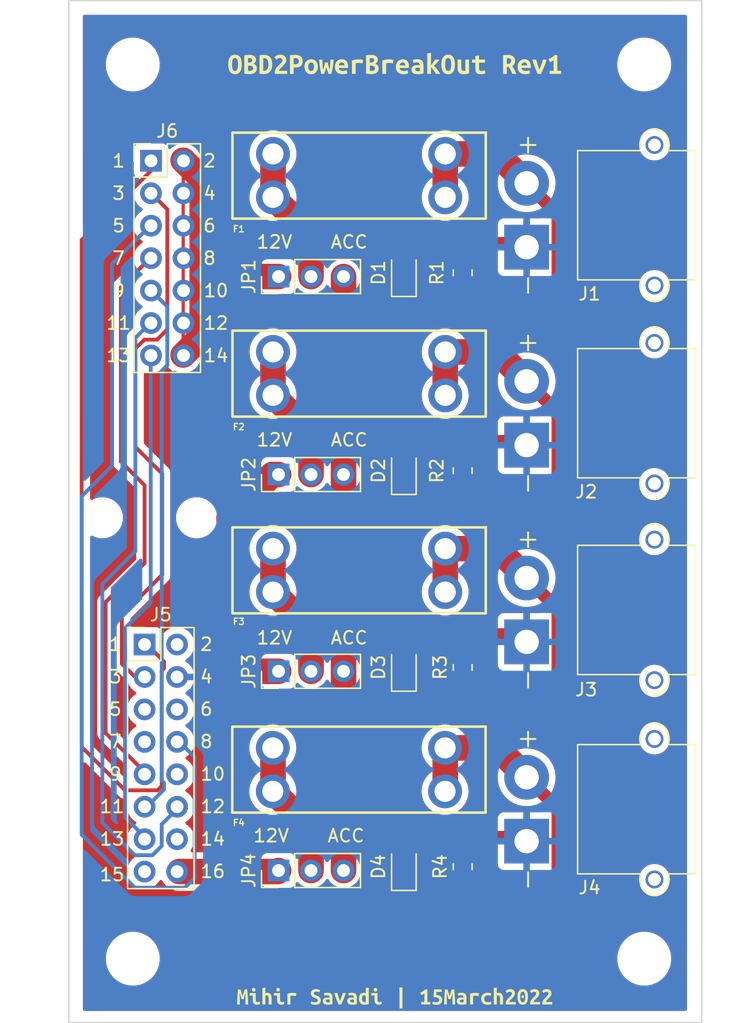
<source format=kicad_pcb>
(kicad_pcb (version 20211014) (generator pcbnew)
  (title_block (title "OBD2PowerBreakOut Rev1") (date "2022-03-16") (rev "1") (company "Mihir Savadi"))
  (layers (0 "F.Cu" signal "Front.Cu") (1 "In1.Cu" signal) (2 "In2.Cu" signal) (31 "B.Cu" signal "Back.Cu") (34 "B.Paste" user) (35 "F.Paste" user) (36 "B.SilkS" user "B.Silkscreen") (37 "F.SilkS" user "F.Silkscreen") (38 "B.Mask" user) (39 "F.Mask" user) (44 "Edge.Cuts" user))
  (net 0 "")
  (net 1 "Earth")
  (net 2 "Net-(D1-Pad2)")
  (net 3 "Net-(D2-Pad2)")
  (net 4 "Net-(D3-Pad2)")
  (net 5 "Net-(D4-Pad2)")
  (net 6 "Net-(F1-Pad2)")
  (net 7 "Net-(F1-Pad1)")
  (net 8 "Net-(F2-Pad2)")
  (net 9 "Net-(F2-Pad1)")
  (net 10 "Net-(F3-Pad2)")
  (net 11 "Net-(F3-Pad1)")
  (net 12 "Net-(F4-Pad2)")
  (net 13 "Net-(F4-Pad1)")
  (net 14 "/1_vendor")
  (net 15 "/2_SAEJ1850_Bus+")
  (net 16 "/3_vendor")
  (net 17 "GND")
  (net 18 "/6_ISO15765-4_CAN_HIGH")
  (net 19 "/7_ISO9141_K-Line")
  (net 20 "/8_vendor")
  (net 21 "/9_vendor")
  (net 22 "/10_SAEJ1850_Bus-")
  (net 23 "/11_vendor")
  (net 24 "/12_vendor")
  (net 25 "/13_vendor")
  (net 26 "/14_ISO15765-4_CAN_LOW")
  (net 27 "/15_ISO9141_L-Line")
  (net 28 "/16_12V")
  (net 29 "/ACC")
  (footprint "Connector_PinHeader_2.54mm:PinHeader_1x03_P2.54mm_Vertical" (layer "F.Cu") (at 138.720978 92.778 90)
    (fp_text reference "JP2" (at 0 -2.33 90) (layer "F.SilkS"))
    (fp_text value "Jumper_3_Open")
    (pad "1" thru_hole rect locked (at 0 0 90) (size 1.7 1.7) (drill 1) (layers *.Cu *.Mask) (net 28 "/16_12V"))
    (pad "2" thru_hole oval locked (at 0 2.54 90) (size 1.7 1.7) (drill 1) (layers *.Cu *.Mask) (net 8 "Net-(F2-Pad2)"))
    (pad "3" thru_hole oval locked (at 0 5.08 90) (size 1.7 1.7) (drill 1) (layers *.Cu *.Mask) (net 29 "/ACC"))
  )
  (footprint "MountingHole:MountingHole_2.2mm_M2" (layer "F.Cu") (at 124.940978 96.162)
    (fp_text reference "H4" hide)
    (fp_text value "M2 strain relief hole")
    (pad "" np_thru_hole circle (at 0 0) (size 2.2 2.2) (drill 2.2) (layers *.Cu *.Mask))
  )
  (footprint "footprints:AMASS_XT30PW-M_1x02_P2.50mm_Horizontal" (layer "F.Cu") (at 158.120978 74.978 -90)
    (fp_text reference "J1" (at 3.658 -4.92) (layer "F.SilkS"))
    (fp_text value "AMASS XT30PW-M")
    (fp_text user "+" (at -8 0 -90) (layer "F.SilkS") (effects (font (size 1.5 1.5))))
    (fp_text user "-" (at 3 0 -90) (layer "F.SilkS") (effects (font (size 1.5 1.5))))
    (pad "" thru_hole circle (at -8 -10 270) (size 1.4 1.4) (drill 1) (layers *.Cu *.Mask))
    (pad "" thru_hole circle (at 3 -10 270) (size 1.4 1.4) (drill 1) (layers *.Cu *.Mask))
    (pad "1" thru_hole rect (at 0 0 270) (size 3.5 3.5) (drill 1.9) (layers *.Cu *.Mask) (net 1 "Earth"))
    (pad "2" thru_hole circle (at -5 0 270) (size 3.5 3.5) (drill 1.9) (layers *.Cu *.Mask) (net 7 "Net-(F1-Pad1)"))
  )
  (footprint "MountingHole:MountingHole_3.2mm_M3" (layer "F.Cu") (at 167.320978 60.678)
    (fp_text reference "H3" hide)
    (fp_text value "M3 Mounting Hole")
    (pad "" np_thru_hole circle locked (at 0 0) (size 3.2 3.2) (drill 3.2) (layers *.Cu *.Mask))
  )
  (footprint "kibuzzard-6231482B" (layer "F.Cu") (at 147.800978 133.754)
    (fp_text reference "kibuzzard-6231482B" hide)
    (fp_text value "G***" hide)
  )
  (footprint "Resistor_SMD:R_0805_2012Metric_Pad1.20x1.40mm_HandSolder" (layer "F.Cu") (at 153.120978 92.478 90)
    (fp_text reference "R2" (at 0 -2.018 90) (layer "F.SilkS"))
    (fp_text value "1kΩ")
    (pad "1" smd roundrect locked (at -1 0 90) (size 1.2 1.4) (layers "F.Cu" "F.Paste" "F.Mask") (roundrect_rratio 0.2083333333) (net 9 "Net-(F2-Pad1)"))
    (pad "2" smd roundrect locked (at 1 0 90) (size 1.2 1.4) (layers "F.Cu" "F.Paste" "F.Mask") (roundrect_rratio 0.2083333333) (net 3 "Net-(D2-Pad2)"))
  )
  (footprint "MountingHole:MountingHole_3.2mm_M3" (layer "F.Cu") (at 127.320978 60.678)
    (fp_text reference "H6" hide)
    (fp_text value "M3 Mounting Hole")
    (pad "" np_thru_hole circle locked (at 0 0) (size 3.2 3.2) (drill 3.2) (layers *.Cu *.Mask))
  )
  (footprint "Connector_PinHeader_2.54mm:PinHeader_2x08_P2.54mm_Vertical" (layer "F.Cu") (at 128.242978 106.083)
    (fp_text reference "J5" (at 1.27 -2.33) (layer "F.SilkS"))
    (fp_text value "Conn_02x08_Odd_Even")
    (pad "1" thru_hole rect (at 0 0) (size 1.7 1.7) (drill 1) (layers *.Cu *.Mask) (net 14 "/1_vendor"))
    (pad "2" thru_hole oval (at 2.54 0) (size 1.7 1.7) (drill 1) (layers *.Cu *.Mask) (net 15 "/2_SAEJ1850_Bus+"))
    (pad "3" thru_hole oval (at 0 2.54) (size 1.7 1.7) (drill 1) (layers *.Cu *.Mask) (net 16 "/3_vendor"))
    (pad "4" thru_hole oval (at 2.54 2.54) (size 1.7 1.7) (drill 1) (layers *.Cu *.Mask) (net 1 "Earth"))
    (pad "5" thru_hole oval (at 0 5.08) (size 1.7 1.7) (drill 1) (layers *.Cu *.Mask) (net 17 "GND"))
    (pad "6" thru_hole oval (at 2.54 5.08) (size 1.7 1.7) (drill 1) (layers *.Cu *.Mask) (net 18 "/6_ISO15765-4_CAN_HIGH"))
    (pad "7" thru_hole oval (at 0 7.62) (size 1.7 1.7) (drill 1) (layers *.Cu *.Mask) (net 19 "/7_ISO9141_K-Line"))
    (pad "8" thru_hole oval (at 2.54 7.62) (size 1.7 1.7) (drill 1) (layers *.Cu *.Mask) (net 20 "/8_vendor"))
    (pad "9" thru_hole oval (at 0 10.16) (size 1.7 1.7) (drill 1) (layers *.Cu *.Mask) (net 21 "/9_vendor"))
    (pad "10" thru_hole oval (at 2.54 10.16) (size 1.7 1.7) (drill 1) (layers *.Cu *.Mask) (net 22 "/10_SAEJ1850_Bus-"))
    (pad "11" thru_hole oval (at 0 12.7) (size 1.7 1.7) (drill 1) (layers *.Cu *.Mask) (net 23 "/11_vendor"))
    (pad "12" thru_hole oval (at 2.54 12.7) (size 1.7 1.7) (drill 1) (layers *.Cu *.Mask) (net 24 "/12_vendor"))
    (pad "13" thru_hole oval (at 0 15.24) (size 1.7 1.7) (drill 1) (layers *.Cu *.Mask) (net 25 "/13_vendor"))
    (pad "14" thru_hole oval (at 2.54 15.24) (size 1.7 1.7) (drill 1) (layers *.Cu *.Mask) (net 26 "/14_ISO15765-4_CAN_LOW"))
    (pad "15" thru_hole oval (at 0 17.78) (size 1.7 1.7) (drill 1) (layers *.Cu *.Mask) (net 27 "/15_ISO9141_L-Line"))
    (pad "16" thru_hole oval (at 2.54 17.78) (size 1.7 1.7) (drill 1) (layers *.Cu *.Mask) (net 28 "/16_12V"))
  )
  (footprint "footprints:AMASS_XT30PW-M_1x02_P2.50mm_Horizontal" (layer "F.Cu") (at 158.120978 105.878 -90)
    (fp_text reference "J3" (at 3.746 -4.666) (layer "F.SilkS"))
    (fp_text value "AMASS XT30PW-M")
    (fp_text user "-" (at 3 0 -90) (layer "F.SilkS") (effects (font (size 1.5 1.5))))
    (fp_text user "+" (at -8 0 -90) (layer "F.SilkS") (effects (font (size 1.5 1.5))))
    (pad "" thru_hole circle (at -8 -10 270) (size 1.4 1.4) (drill 1) (layers *.Cu *.Mask))
    (pad "" thru_hole circle (at 3 -10 270) (size 1.4 1.4) (drill 1) (layers *.Cu *.Mask))
    (pad "1" thru_hole rect (at 0 0 270) (size 3.5 3.5) (drill 1.9) (layers *.Cu *.Mask) (net 1 "Earth"))
    (pad "2" thru_hole circle (at -5 0 270) (size 3.5 3.5) (drill 1.9) (layers *.Cu *.Mask) (net 11 "Net-(F3-Pad1)"))
  )
  (footprint "Connector_PinHeader_2.54mm:PinHeader_1x03_P2.54mm_Vertical" (layer "F.Cu") (at 138.720978 77.278 90)
    (fp_text reference "JP1" (at 0 -2.33 90) (layer "F.SilkS"))
    (fp_text value "Jumper_3_Open")
    (pad "1" thru_hole rect locked (at 0 0 90) (size 1.7 1.7) (drill 1) (layers *.Cu *.Mask) (net 28 "/16_12V"))
    (pad "2" thru_hole oval locked (at 0 2.54 90) (size 1.7 1.7) (drill 1) (layers *.Cu *.Mask) (net 6 "Net-(F1-Pad2)"))
    (pad "3" thru_hole oval locked (at 0 5.08 90) (size 1.7 1.7) (drill 1) (layers *.Cu *.Mask) (net 29 "/ACC"))
  )
  (footprint "footprints:AMASS_XT30PW-M_1x02_P2.50mm_Horizontal" (layer "F.Cu") (at 158.120978 90.478 -90)
    (fp_text reference "J2" (at 3.652 -4.666) (layer "F.SilkS"))
    (fp_text value "AMASS XT30PW-M")
    (fp_text user "-" (at 3 0 -90) (layer "F.SilkS") (effects (font (size 1.5 1.5))))
    (fp_text user "+" (at -8 0 -90) (layer "F.SilkS") (effects (font (size 1.5 1.5))))
    (pad "" thru_hole circle (at 3 -10 270) (size 1.4 1.4) (drill 1) (layers *.Cu *.Mask))
    (pad "" thru_hole circle (at -8 -10 270) (size 1.4 1.4) (drill 1) (layers *.Cu *.Mask))
    (pad "1" thru_hole rect (at 0 0 270) (size 3.5 3.5) (drill 1.9) (layers *.Cu *.Mask) (net 1 "Earth"))
    (pad "2" thru_hole circle (at -5 0 270) (size 3.5 3.5) (drill 1.9) (layers *.Cu *.Mask) (net 9 "Net-(F2-Pad1)"))
  )
  (footprint "MountingHole:MountingHole_3.2mm_M3" (layer "F.Cu") (at 167.320978 130.678)
    (fp_text reference "H5" hide)
    (fp_text value "M3 Mounting Hole")
    (pad "" np_thru_hole circle locked (at 0 0) (size 3.2 3.2) (drill 3.2) (layers *.Cu *.Mask))
  )
  (footprint "Connector_PinHeader_2.54mm:PinHeader_2x07_P2.54mm_Vertical" (layer "F.Cu") (at 128.745978 68.217)
    (fp_text reference "J6" (at 1.27 -2.33) (layer "F.SilkS"))
    (fp_text value "Conn_02x07_Odd_Even")
    (pad "1" thru_hole rect locked (at 0 0) (size 1.7 1.7) (drill 1) (layers *.Cu *.Mask) (net 14 "/1_vendor"))
    (pad "2" thru_hole oval locked (at 2.54 0) (size 1.7 1.7) (drill 1) (layers *.Cu *.Mask) (net 29 "/ACC"))
    (pad "3" thru_hole oval locked (at 0 2.54) (size 1.7 1.7) (drill 1) (layers *.Cu *.Mask) (net 16 "/3_vendor"))
    (pad "4" thru_hole oval locked (at 2.54 2.54) (size 1.7 1.7) (drill 1) (layers *.Cu *.Mask) (net 29 "/ACC"))
    (pad "5" thru_hole oval locked (at 0 5.08) (size 1.7 1.7) (drill 1) (layers *.Cu *.Mask) (net 20 "/8_vendor"))
    (pad "6" thru_hole oval locked (at 2.54 5.08) (size 1.7 1.7) (drill 1) (layers *.Cu *.Mask) (net 29 "/ACC"))
    (pad "7" thru_hole oval locked (at 0 7.62) (size 1.7 1.7) (drill 1) (layers *.Cu *.Mask) (net 21 "/9_vendor"))
    (pad "8" thru_hole oval locked (at 2.54 7.62) (size 1.7 1.7) (drill 1) (layers *.Cu *.Mask) (net 29 "/ACC"))
    (pad "9" thru_hole oval locked (at 0 10.16) (size 1.7 1.7) (drill 1) (layers *.Cu *.Mask) (net 23 "/11_vendor"))
    (pad "10" thru_hole oval locked (at 2.54 10.16) (size 1.7 1.7) (drill 1) (layers *.Cu *.Mask) (net 29 "/ACC"))
    (pad "11" thru_hole oval locked (at 0 12.7) (size 1.7 1.7) (drill 1) (layers *.Cu *.Mask) (net 24 "/12_vendor"))
    (pad "12" thru_hole oval locked (at 2.54 12.7) (size 1.7 1.7) (drill 1) (layers *.Cu *.Mask) (net 29 "/ACC"))
    (pad "13" thru_hole oval locked (at 0 15.24) (size 1.7 1.7) (drill 1) (layers *.Cu *.Mask) (net 25 "/13_vendor"))
    (pad "14" thru_hole oval locked (at 2.54 15.24) (size 1.7 1.7) (drill 1) (layers *.Cu *.Mask) (net 29 "/ACC"))
  )
  (footprint "Connector_PinHeader_2.54mm:PinHeader_1x03_P2.54mm_Vertical" (layer "F.Cu") (at 138.720978 108.178 90)
    (fp_text reference "JP3" (at 0 -2.33 90) (layer "F.SilkS"))
    (fp_text value "Jumper_3_Open")
    (pad "1" thru_hole rect locked (at 0 0 90) (size 1.7 1.7) (drill 1) (layers *.Cu *.Mask) (net 28 "/16_12V"))
    (pad "2" thru_hole oval locked (at 0 2.54 90) (size 1.7 1.7) (drill 1) (layers *.Cu *.Mask) (net 10 "Net-(F3-Pad2)"))
    (pad "3" thru_hole oval locked (at 0 5.08 90) (size 1.7 1.7) (drill 1) (layers *.Cu *.Mask) (net 29 "/ACC"))
  )
  (footprint "LED_SMD:LED_0805_2012Metric_Pad1.15x1.40mm_HandSolder" (layer "F.Cu") (at 148.520978 107.878 90)
    (fp_text reference "D3" (at 0 -1.99 90) (layer "F.SilkS"))
    (fp_text value "LED")
    (pad "1" smd roundrect locked (at -1.025 0 90) (size 1.15 1.4) (layers "F.Cu" "F.Paste" "F.Mask") (roundrect_rratio 0.2173913043) (net 1 "Earth"))
    (pad "2" smd roundrect locked (at 1.025 0 90) (size 1.15 1.4) (layers "F.Cu" "F.Paste" "F.Mask") (roundrect_rratio 0.2173913043) (net 4 "Net-(D3-Pad2)"))
  )
  (footprint "Resistor_SMD:R_0805_2012Metric_Pad1.20x1.40mm_HandSolder" (layer "F.Cu") (at 153.120978 107.878 90)
    (fp_text reference "R3" (at 0 -1.764 90) (layer "F.SilkS"))
    (fp_text value "1kΩ")
    (pad "1" smd roundrect locked (at -1 0 90) (size 1.2 1.4) (layers "F.Cu" "F.Paste" "F.Mask") (roundrect_rratio 0.2083333333) (net 11 "Net-(F3-Pad1)"))
    (pad "2" smd roundrect locked (at 1 0 90) (size 1.2 1.4) (layers "F.Cu" "F.Paste" "F.Mask") (roundrect_rratio 0.2083333333) (net 4 "Net-(D3-Pad2)"))
  )
  (footprint "LED_SMD:LED_0805_2012Metric_Pad1.15x1.40mm_HandSolder" (layer "F.Cu") (at 148.520978 76.978 90)
    (fp_text reference "D1" (at 0 -1.99 90) (layer "F.SilkS"))
    (fp_text value "LED")
    (pad "1" smd roundrect locked (at -1.025 0 90) (size 1.15 1.4) (layers "F.Cu" "F.Paste" "F.Mask") (roundrect_rratio 0.2173913043) (net 1 "Earth"))
    (pad "2" smd roundrect locked (at 1.025 0 90) (size 1.15 1.4) (layers "F.Cu" "F.Paste" "F.Mask") (roundrect_rratio 0.2173913043) (net 2 "Net-(D1-Pad2)"))
  )
  (footprint "LED_SMD:LED_0805_2012Metric_Pad1.15x1.40mm_HandSolder" (layer "F.Cu") (at 148.520978 92.478 90)
    (fp_text reference "D2" (at 0 -1.99 90) (layer "F.SilkS"))
    (fp_text value "LED")
    (pad "1" smd roundrect locked (at -1.025 0 90) (size 1.15 1.4) (layers "F.Cu" "F.Paste" "F.Mask") (roundrect_rratio 0.2173913043) (net 1 "Earth"))
    (pad "2" smd roundrect locked (at 1.025 0 90) (size 1.15 1.4) (layers "F.Cu" "F.Paste" "F.Mask") (roundrect_rratio 0.2173913043) (net 3 "Net-(D2-Pad2)"))
  )
  (footprint "footprints:FuseHolder_Keystone_3557-2" (layer "F.Cu") (at 145.020978 69.378 180)
    (fp_text reference "F1" (at 9.412 -4.178 180) (layer "F.SilkS") (effects (font (size 0.5 0.5) (thickness 0.1))))
    (fp_text value "Fuse")
    (pad "1" thru_hole circle (at -6.735 1.7 180) (size 2.65 2.65) (drill 1.65) (layers *.Cu *.Mask) (net 7 "Net-(F1-Pad1)"))
    (pad "1" thru_hole circle (at -6.735 -1.7 180) (size 2.65 2.65) (drill 1.65) (layers *.Cu *.Mask) (net 7 "Net-(F1-Pad1)"))
    (pad "2" thru_hole circle (at 6.735 -1.7 180) (size 2.65 2.65) (drill 1.65) (layers *.Cu *.Mask) (net 6 "Net-(F1-Pad2)"))
    (pad "2" thru_hole circle (at 6.735 1.7 180) (size 2.65 2.65) (drill 1.65) (layers *.Cu *.Mask) (net 6 "Net-(F1-Pad2)"))
  )
  (footprint "footprints:FuseHolder_Keystone_3557-2" (layer "F.Cu") (at 145.006978 115.878 180)
    (fp_text reference "F4" (at 9.398 -4.16 180) (layer "F.SilkS") (effects (font (size 0.5 0.5) (thickness 0.1))))
    (fp_text value "Fuse")
    (pad "1" thru_hole circle (at -6.735 1.7 180) (size 2.65 2.65) (drill 1.65) (layers *.Cu *.Mask) (net 13 "Net-(F4-Pad1)"))
    (pad "1" thru_hole circle (at -6.735 -1.7 180) (size 2.65 2.65) (drill 1.65) (layers *.Cu *.Mask) (net 13 "Net-(F4-Pad1)"))
    (pad "2" thru_hole circle (at 6.735 1.7 180) (size 2.65 2.65) (drill 1.65) (layers *.Cu *.Mask) (net 12 "Net-(F4-Pad2)"))
    (pad "2" thru_hole circle (at 6.735 -1.7 180) (size 2.65 2.65) (drill 1.65) (layers *.Cu *.Mask) (net 12 "Net-(F4-Pad2)"))
  )
  (footprint "Resistor_SMD:R_0805_2012Metric_Pad1.20x1.40mm_HandSolder" (layer "F.Cu") (at 153.120978 123.478 90)
    (fp_text reference "R4" (at 0 -1.764 90) (layer "F.SilkS"))
    (fp_text value "1kΩ")
    (pad "1" smd roundrect locked (at -1 0 90) (size 1.2 1.4) (layers "F.Cu" "F.Paste" "F.Mask") (roundrect_rratio 0.2083333333) (net 13 "Net-(F4-Pad1)"))
    (pad "2" smd roundrect locked (at 1 0 90) (size 1.2 1.4) (layers "F.Cu" "F.Paste" "F.Mask") (roundrect_rratio 0.2083333333) (net 5 "Net-(D4-Pad2)"))
  )
  (footprint "Resistor_SMD:R_0805_2012Metric_Pad1.20x1.40mm_HandSolder" (layer "F.Cu") (at 153.120978 76.978 90)
    (fp_text reference "R1" (at 0 -2.018 90) (layer "F.SilkS"))
    (fp_text value "1kΩ")
    (pad "1" smd roundrect locked (at -1 0 90) (size 1.2 1.4) (layers "F.Cu" "F.Paste" "F.Mask") (roundrect_rratio 0.2083333333) (net 7 "Net-(F1-Pad1)"))
    (pad "2" smd roundrect locked (at 1 0 90) (size 1.2 1.4) (layers "F.Cu" "F.Paste" "F.Mask") (roundrect_rratio 0.2083333333) (net 2 "Net-(D1-Pad2)"))
  )
  (footprint "kibuzzard-6231480B" (layer "F.Cu") (at 147.800978 60.602)
    (fp_text reference "kibuzzard-6231480B" hide)
    (fp_text value "G***" hide)
  )
  (footprint "footprints:FuseHolder_Keystone_3557-2" (layer "F.Cu") (at 145.020978 100.278 180)
    (fp_text reference "F3" (at 9.412 -4.012 180) (layer "F.SilkS") (effects (font (size 0.5 0.5) (thickness 0.1))))
    (fp_text value "Fuse")
    (pad "1" thru_hole circle (at -6.735 -1.7 180) (size 2.65 2.65) (drill 1.65) (layers *.Cu *.Mask) (net 11 "Net-(F3-Pad1)"))
    (pad "1" thru_hole circle (at -6.735 1.7 180) (size 2.65 2.65) (drill 1.65) (layers *.Cu *.Mask) (net 11 "Net-(F3-Pad1)"))
    (pad "2" thru_hole circle (at 6.735 1.7 180) (size 2.65 2.65) (drill 1.65) (layers *.Cu *.Mask) (net 10 "Net-(F3-Pad2)"))
    (pad "2" thru_hole circle (at 6.735 -1.7 180) (size 2.65 2.65) (drill 1.65) (layers *.Cu *.Mask) (net 10 "Net-(F3-Pad2)"))
  )
  (footprint "footprints:AMASS_XT30PW-M_1x02_P2.50mm_Horizontal" (layer "F.Cu") (at 158.120978 121.478 -90)
    (fp_text reference "J4" (at 3.64 -4.92) (layer "F.SilkS"))
    (fp_text value "AMASS XT30PW-M")
    (fp_text user "+" (at -8 0 -90) (layer "F.SilkS") (effects (font (size 1.5 1.5))))
    (fp_text user "-" (at 3 0 -90) (layer "F.SilkS") (effects (font (size 1.5 1.5))))
    (pad "" thru_hole circle (at 3 -10 270) (size 1.4 1.4) (drill 1) (layers *.Cu *.Mask))
    (pad "" thru_hole circle (at -8 -10 270) (size 1.4 1.4) (drill 1) (layers *.Cu *.Mask))
    (pad "1" thru_hole rect (at 0 0 270) (size 3.5 3.5) (drill 1.9) (layers *.Cu *.Mask) (net 1 "Earth"))
    (pad "2" thru_hole circle (at -5 0 270) (size 3.5 3.5) (drill 1.9) (layers *.Cu *.Mask) (net 13 "Net-(F4-Pad1)"))
  )
  (footprint "footprints:FuseHolder_Keystone_3557-2" (layer "F.Cu") (at 145.020978 84.878 180)
    (fp_text reference "F2" (at 9.412 -4.172 180) (layer "F.SilkS") (effects (font (size 0.5 0.5) (thickness 0.1))))
    (fp_text value "Fuse")
    (pad "1" thru_hole circle (at -6.735 1.7 180) (size 2.65 2.65) (drill 1.65) (layers *.Cu *.Mask) (net 9 "Net-(F2-Pad1)"))
    (pad "1" thru_hole circle (at -6.735 -1.7 180) (size 2.65 2.65) (drill 1.65) (layers *.Cu *.Mask) (net 9 "Net-(F2-Pad1)"))
    (pad "2" thru_hole circle (at 6.735 1.7 180) (size 2.65 2.65) (drill 1.65) (layers *.Cu *.Mask) (net 8 "Net-(F2-Pad2)"))
    (pad "2" thru_hole circle (at 6.735 -1.7 180) (size 2.65 2.65) (drill 1.65) (layers *.Cu *.Mask) (net 8 "Net-(F2-Pad2)"))
  )
  (footprint "Connector_PinHeader_2.54mm:PinHeader_1x03_P2.54mm_Vertical" (layer "F.Cu") (at 138.720978 123.778 90)
    (fp_text reference "JP4" (at 0 -2.33 90) (layer "F.SilkS"))
    (fp_text value "Jumper_3_Open")
    (pad "1" thru_hole rect locked (at 0 0 90) (size 1.7 1.7) (drill 1) (layers *.Cu *.Mask) (net 28 "/16_12V"))
    (pad "2" thru_hole oval locked (at 0 2.54 90) (size 1.7 1.7) (drill 1) (layers *.Cu *.Mask) (net 12 "Net-(F4-Pad2)"))
    (pad "3" thru_hole oval locked (at 0 5.08 90) (size 1.7 1.7) (drill 1) (layers *.Cu *.Mask) (net 29 "/ACC"))
  )
  (footprint "MountingHole:MountingHole_2.2mm_M2" (layer "F.Cu") (at 132.306978 96.162)
    (fp_text reference "H2" hide)
    (fp_text value "M2 strain relief hole")
    (pad "" np_thru_hole circle (at 0 0) (size 2.2 2.2) (drill 2.2) (layers *.Cu *.Mask))
  )
  (footprint "MountingHole:MountingHole_3.2mm_M3" (layer "F.Cu") (at 127.320978 130.678)
    (fp_text reference "H1" hide)
    (fp_text value "M3 Mounting Hole")
    (pad "" np_thru_hole circle locked (at 0 0) (size 3.2 3.2) (drill 3.2) (layers *.Cu *.Mask))
  )
  (footprint "LED_SMD:LED_0805_2012Metric_Pad1.15x1.40mm_HandSolder" (layer "F.Cu") (at 148.520978 123.478 90)
    (fp_text reference "D4" (at 0 -1.99 90) (layer "F.SilkS"))
    (fp_text value "LED")
    (pad "1" smd roundrect locked (at -1.025 0 90) (size 1.15 1.4) (layers "F.Cu" "F.Paste" "F.Mask") (roundrect_rratio 0.2173913043) (net 1 "Earth"))
    (pad "2" smd roundrect locked (at 1.025 0 90) (size 1.15 1.4) (layers "F.Cu" "F.Paste" "F.Mask") (roundrect_rratio 0.2173913043) (net 5 "Net-(D4-Pad2)"))
  )
  (gr_rect (start 171.820978 135.678) (end 122.320978 55.678) (layer "Edge.Cuts") (width 0.1) (fill none))
  (gr_text "8" (at 133.322978 75.842) (layer "F.SilkS") (effects (font (size 1 1))))
  (gr_text "6" (at 133.068978 111.148) (layer "F.SilkS") (effects (font (size 1 1))))
  (gr_text "4" (at 133.068978 108.608) (layer "F.SilkS") (effects (font (size 1 1))))
  (gr_text "16" (at 133.576978 123.848) (layer "F.SilkS") (effects (font (size 1 1))))
  (gr_text "12V" (at 138.402978 105.56) (layer "F.SilkS") (effects (font (size 1 1))))
  (gr_text "5" (at 125.956978 111.148) (layer "F.SilkS") (effects (font (size 1 1))))
  (gr_text "2" (at 133.322978 68.222) (layer "F.SilkS") (effects (font (size 1 1))))
  (gr_text "11" (at 125.702978 118.768) (layer "F.SilkS") (effects (font (size 1 1))))
  (gr_text "12V" (at 138.402978 90.066) (layer "F.SilkS") (effects (font (size 1 1))))
  (gr_text "ACC" (at 144.244978 90.066) (layer "F.SilkS") (effects (font (size 1 1))))
  (gr_text "7" (at 125.956978 113.688) (layer "F.SilkS") (effects (font (size 1 1))))
  (gr_text "12" (at 133.576978 118.768) (layer "F.SilkS") (effects (font (size 1 1))))
  (gr_text "14" (at 133.576978 121.308) (layer "F.SilkS") (effects (font (size 1 1))))
  (gr_text "3" (at 125.956978 108.608) (layer "F.SilkS") (effects (font (size 1 1))))
  (gr_text "9" (at 126.210978 78.382) (layer "F.SilkS") (effects (font (size 1 1))))
  (gr_text "15" (at 125.702978 124.102) (layer "F.SilkS") (effects (font (size 1 1))))
  (gr_text "8" (at 133.068978 113.688) (layer "F.SilkS") (effects (font (size 1 1))))
  (gr_text "4" (at 133.322978 70.762) (layer "F.SilkS") (effects (font (size 1 1))))
  (gr_text "7" (at 126.210978 75.842) (layer "F.SilkS") (effects (font (size 1 1))))
  (gr_text "ACC" (at 143.990978 121.054) (layer "F.SilkS") (effects (font (size 1 1))))
  (gr_text "2" (at 133.068978 106.068) (layer "F.SilkS") (effects (font (size 1 1))))
  (gr_text "ACC" (at 144.244978 105.56) (layer "F.SilkS") (effects (font (size 1 1))))
  (gr_text "1" (at 126.210978 68.222) (layer "F.SilkS") (effects (font (size 1 1))))
  (gr_text "5" (at 126.210978 73.302) (layer "F.SilkS") (effects (font (size 1 1))))
  (gr_text "ACC" (at 144.244978 74.572) (layer "F.SilkS") (effects (font (size 1 1))))
  (gr_text "6" (at 133.322978 73.302) (layer "F.SilkS") (effects (font (size 1 1))))
  (gr_text "13" (at 125.702978 121.308) (layer "F.SilkS") (effects (font (size 1 1))))
  (gr_text "10" (at 133.830978 78.382) (layer "F.SilkS") (effects (font (size 1 1))))
  (gr_text "13" (at 126.210978 83.462) (layer "F.SilkS") (effects (font (size 1 1))))
  (gr_text "12V" (at 138.148978 121.054) (layer "F.SilkS") (effects (font (size 1 1))))
  (gr_text "12V" (at 138.402978 74.572) (layer "F.SilkS") (effects (font (size 1 1))))
  (gr_text "12" (at 133.830978 80.922) (layer "F.SilkS") (effects (font (size 1 1))))
  (gr_text "11" (at 126.210978 80.922) (layer "F.SilkS") (effects (font (size 1 1))))
  (gr_text "1" (at 125.956978 106.068) (layer "F.SilkS") (effects (font (size 1 1))))
  (gr_text "3" (at 126.210978 70.762) (layer "F.SilkS") (effects (font (size 1 1))))
  (gr_text "9" (at 125.956978 116.228) (layer "F.SilkS") (effects (font (size 1 1))))
  (gr_text "10" (at 133.576978 116.228) (layer "F.SilkS") (effects (font (size 1 1))))
  (gr_text "14" (at 133.830978 83.462) (layer "F.SilkS") (effects (font (size 1 1))))
  (segment (start 148.453154 93.503) (end 147.121458 92.171304) (width 1) (layer "F.Cu") (net 1))
  (segment (start 148.520978 93.503) (end 148.453154 93.503) (width 1) (layer "F.Cu") (net 1))
  (segment (start 147.950154 105.306) (end 157.548978 105.306) (width 1) (layer "F.Cu") (net 1))
  (segment (start 147.676498 121.17848) (end 157.821458 121.17848) (width 1) (layer "F.Cu") (net 1))
  (segment (start 148.453154 78.003) (end 147.121458 76.671304) (width 1) (layer "F.Cu") (net 1))
  (segment (start 147.121458 76.671304) (end 147.121458 74.99752) (width 1) (layer "F.Cu") (net 1))
  (segment (start 148.520978 78.003) (end 148.453154 78.003) (width 1) (layer "F.Cu") (net 1))
  (segment (start 157.821458 90.17848) (end 158.120978 90.478) (width 1) (layer "F.Cu") (net 1))
  (segment (start 147.121458 90.734696) (end 147.677674 90.17848) (width 1) (layer "F.Cu") (net 1))
  (segment (start 147.121458 123.171304) (end 147.121458 121.73352) (width 1) (layer "F.Cu") (net 1))
  (segment (start 147.677674 90.17848) (end 157.821458 90.17848) (width 1) (layer "F.Cu") (net 1))
  (segment (start 157.821458 74.67848) (end 158.120978 74.978) (width 1) (layer "F.Cu") (net 1))
  (segment (start 147.121458 106.134696) (end 147.950154 105.306) (width 1) (layer "F.Cu") (net 1))
  (segment (start 157.821458 121.17848) (end 158.120978 121.478) (width 1) (layer "F.Cu") (net 1))
  (segment (start 148.453154 108.903) (end 147.121458 107.571304) (width 1) (layer "F.Cu") (net 1))
  (segment (start 148.520978 108.903) (end 148.453154 108.903) (width 1) (layer "F.Cu") (net 1))
  (segment (start 147.440498 74.67848) (end 157.821458 74.67848) (width 1) (layer "F.Cu") (net 1))
  (segment (start 157.548978 105.306) (end 158.120978 105.878) (width 1) (layer "F.Cu") (net 1))
  (segment (start 147.121458 121.73352) (end 147.676498 121.17848) (width 1) (layer "F.Cu") (net 1))
  (segment (start 147.121458 92.171304) (end 147.121458 90.734696) (width 1) (layer "F.Cu") (net 1))
  (segment (start 148.453154 124.503) (end 147.121458 123.171304) (width 1) (layer "F.Cu") (net 1))
  (segment (start 147.121458 74.99752) (end 147.440498 74.67848) (width 1) (layer "F.Cu") (net 1))
  (segment (start 147.121458 107.571304) (end 147.121458 106.134696) (width 1) (layer "F.Cu") (net 1))
  (segment (start 148.520978 124.503) (end 148.453154 124.503) (width 1) (layer "F.Cu") (net 1))
  (segment (start 148.545978 75.978) (end 148.520978 75.953) (width 1) (layer "F.Cu") (net 2))
  (segment (start 153.120978 75.978) (end 148.545978 75.978) (width 1) (layer "F.Cu") (net 2))
  (segment (start 153.095978 91.453) (end 153.120978 91.478) (width 1) (layer "F.Cu") (net 3))
  (segment (start 148.520978 91.453) (end 153.095978 91.453) (width 1) (layer "F.Cu") (net 3))
  (segment (start 148.520978 106.853) (end 153.095978 106.853) (width 1) (layer "F.Cu") (net 4))
  (segment (start 153.095978 106.853) (end 153.120978 106.878) (width 1) (layer "F.Cu") (net 4))
  (segment (start 148.520978 122.453) (end 153.095978 122.453) (width 1) (layer "F.Cu") (net 5))
  (segment (start 153.095978 122.453) (end 153.120978 122.478) (width 1) (layer "F.Cu") (net 5))
  (segment (start 138.285978 71.078) (end 141.260978 74.053) (width 2) (layer "F.Cu") (net 6))
  (segment (start 138.285978 67.678) (end 138.285978 71.078) (width 2) (layer "F.Cu") (net 6))
  (segment (start 141.260978 74.053) (end 141.260978 77.278) (width 2) (layer "F.Cu") (net 6))
  (segment (start 151.755978 67.678) (end 151.755978 71.078) (width 2) (layer "F.Cu") (net 7))
  (segment (start 160.02 77.978) (end 160.570489 77.427511) (width 1) (layer "F.Cu") (net 7))
  (segment (start 151.755978 67.678) (end 155.820978 67.678) (width 2) (layer "F.Cu") (net 7))
  (segment (start 155.820978 67.678) (end 158.120978 69.978) (width 2) (layer "F.Cu") (net 7))
  (segment (start 153.120978 77.978) (end 160.02 77.978) (width 1) (layer "F.Cu") (net 7))
  (segment (start 160.570489 77.427511) (end 160.570489 72.427511) (width 1) (layer "F.Cu") (net 7))
  (segment (start 160.570489 72.427511) (end 158.120978 69.978) (width 1) (layer "F.Cu") (net 7))
  (segment (start 138.285978 86.578) (end 141.260978 89.553) (width 2) (layer "F.Cu") (net 8))
  (segment (start 138.285978 83.178) (end 138.285978 86.578) (width 2) (layer "F.Cu") (net 8))
  (segment (start 141.260978 89.553) (end 141.260978 92.778) (width 2) (layer "F.Cu") (net 8))
  (segment (start 151.755978 83.178) (end 151.755978 86.578) (width 2) (layer "F.Cu") (net 9))
  (segment (start 160.02 93.478) (end 160.570489 92.927511) (width 1) (layer "F.Cu") (net 9))
  (segment (start 160.570489 87.927511) (end 158.120978 85.478) (width 1) (layer "F.Cu") (net 9))
  (segment (start 151.755978 83.178) (end 155.820978 83.178) (width 2) (layer "F.Cu") (net 9))
  (segment (start 153.120978 93.478) (end 160.02 93.478) (width 1) (layer "F.Cu") (net 9))
  (segment (start 155.820978 83.178) (end 158.120978 85.478) (width 2) (layer "F.Cu") (net 9))
  (segment (start 160.570489 92.927511) (end 160.570489 87.927511) (width 1) (layer "F.Cu") (net 9))
  (segment (start 141.260978 104.953) (end 141.260978 108.178) (width 2) (layer "F.Cu") (net 10))
  (segment (start 138.285978 98.578) (end 138.285978 101.978) (width 2) (layer "F.Cu") (net 10))
  (segment (start 138.285978 101.978) (end 141.260978 104.953) (width 2) (layer "F.Cu") (net 10))
  (segment (start 153.120978 108.878) (end 160.02 108.878) (width 1) (layer "F.Cu") (net 11))
  (segment (start 160.570489 108.327511) (end 160.570489 103.327511) (width 1) (layer "F.Cu") (net 11))
  (segment (start 160.570489 103.327511) (end 158.120978 100.878) (width 1) (layer "F.Cu") (net 11))
  (segment (start 151.755978 98.578) (end 155.820978 98.578) (width 2) (layer "F.Cu") (net 11))
  (segment (start 155.820978 98.578) (end 158.120978 100.878) (width 2) (layer "F.Cu") (net 11))
  (segment (start 160.02 108.878) (end 160.570489 108.327511) (width 1) (layer "F.Cu") (net 11))
  (segment (start 151.755978 98.578) (end 151.755978 101.978) (width 2) (layer "F.Cu") (net 11))
  (segment (start 138.285978 114.178) (end 138.285978 117.578) (width 2) (layer "F.Cu") (net 12))
  (segment (start 138.285978 117.578) (end 141.260978 120.553) (width 2) (layer "F.Cu") (net 12))
  (segment (start 141.260978 120.553) (end 141.260978 123.778) (width 2) (layer "F.Cu") (net 12))
  (segment (start 160.570489 123.927511) (end 160.570489 118.927511) (width 1) (layer "F.Cu") (net 13))
  (segment (start 160.570489 118.927511) (end 158.120978 116.478) (width 1) (layer "F.Cu") (net 13))
  (segment (start 155.820978 114.178) (end 158.120978 116.478) (width 2) (layer "F.Cu") (net 13))
  (segment (start 151.755978 114.178) (end 155.820978 114.178) (width 2) (layer "F.Cu") (net 13))
  (segment (start 160.02 124.478) (end 160.570489 123.927511) (width 1) (layer "F.Cu") (net 13))
  (segment (start 153.120978 124.478) (end 160.02 124.478) (width 1) (layer "F.Cu") (net 13))
  (segment (start 151.755978 114.178) (end 151.755978 117.578) (width 2) (layer "F.Cu") (net 13))
  (segment (start 129.761467 107.948145) (end 129.583467 108.126145) (width 0.3) (layer "F.Cu") (net 14))
  (segment (start 123.323457 114.102479) (end 123.323457 74.411521) (width 0.3) (layer "F.Cu") (net 14))
  (segment (start 129.583467 117.173511) (end 129.258978 117.498) (width 0.3) (layer "F.Cu") (net 14))
  (segment (start 126.718978 117.498) (end 123.323457 114.102479) (width 0.3) (layer "F.Cu") (net 14))
  (segment (start 123.323457 74.411521) (end 128.720978 69.014) (width 0.3) (layer "F.Cu") (net 14))
  (segment (start 128.420978 106.078) (end 129.761467 107.418489) (width 0.3) (layer "F.Cu") (net 14))
  (segment (start 129.258978 117.498) (end 126.718978 117.498) (width 0.3) (layer "F.Cu") (net 14))
  (segment (start 129.583467 108.126145) (end 129.583467 117.173511) (width 0.3) (layer "F.Cu") (net 14))
  (segment (start 129.761467 107.418489) (end 129.761467 107.948145) (width 0.3) (layer "F.Cu") (net 14))
  (segment (start 128.720978 69.014) (end 128.720978 68.178) (width 0.3) (layer "F.Cu") (net 14))
  (segment (start 128.224123 82.218489) (end 127.521467 82.921145) (width 0.3) (layer "F.Cu") (net 16))
  (segment (start 127.521467 90.614489) (end 129.620489 92.713511) (width 0.3) (layer "F.Cu") (net 16))
  (segment (start 129.620489 92.713511) (end 129.620489 100.626489) (width 0.3) (layer "F.Cu") (net 16))
  (segment (start 126.464978 107.592) (end 127.490978 108.618) (width 0.3) (layer "F.Cu") (net 16))
  (segment (start 129.217833 82.218489) (end 128.224123 82.218489) (width 0.3) (layer "F.Cu") (net 16))
  (segment (start 130.020978 72.018) (end 130.020978 81.415344) (width 0.3) (layer "F.Cu") (net 16))
  (segment (start 128.720978 70.718) (end 130.020978 72.018) (width 0.3) (layer "F.Cu") (net 16))
  (segment (start 127.521467 82.921145) (end 127.521467 90.614489) (width 0.3) (layer "F.Cu") (net 16))
  (segment (start 130.020978 81.415344) (end 129.217833 82.218489) (width 0.3) (layer "F.Cu") (net 16))
  (segment (start 129.620489 100.626489) (end 126.464978 103.782) (width 0.3) (layer "F.Cu") (net 16))
  (segment (start 126.464978 103.782) (end 126.464978 107.592) (width 0.3) (layer "F.Cu") (net 16))
  (segment (start 127.490978 108.618) (end 128.420978 108.618) (width 0.3) (layer "F.Cu") (net 16))
  (segment (start 125.702978 76.276) (end 128.720978 73.258) (width 0.3) (layer "B.Cu") (net 20))
  (segment (start 127.480978 125.118) (end 123.323457 120.960479) (width 0.3) (layer "B.Cu") (net 20))
  (segment (start 131.397344 125.118) (end 127.480978 125.118) (width 0.3) (layer "B.Cu") (net 20))
  (segment (start 125.702978 92.098) (end 125.702978 76.276) (width 0.3) (layer "B.Cu") (net 20))
  (segment (start 130.960978 113.698) (end 132.160489 114.897511) (width 0.3) (layer "B.Cu") (net 20))
  (segment (start 132.160489 124.354855) (end 131.397344 125.118) (width 0.3) (layer "B.Cu") (net 20))
  (segment (start 123.323457 94.477521) (end 125.702978 92.098) (width 0.3) (layer "B.Cu") (net 20))
  (segment (start 132.160489 114.897511) (end 132.160489 124.354855) (width 0.3) (layer "B.Cu") (net 20))
  (segment (start 123.323457 120.960479) (end 123.323457 94.477521) (width 0.3) (layer "B.Cu") (net 20))
  (segment (start 125.194978 113.012) (end 125.194978 102.766) (width 0.3) (layer "F.Cu") (net 21))
  (segment (start 126.390978 91.77) (end 126.390978 78.128) (width 0.3) (layer "F.Cu") (net 21))
  (segment (start 128.242978 93.622) (end 126.390978 91.77) (width 0.3) (layer "F.Cu") (net 21))
  (segment (start 128.242978 99.718) (end 128.242978 93.622) (width 0.3) (layer "F.Cu") (net 21))
  (segment (start 125.194978 102.766) (end 128.242978 99.718) (width 0.3) (layer "F.Cu") (net 21))
  (segment (start 126.390978 78.128) (end 128.720978 75.798) (width 0.3) (layer "F.Cu") (net 21))
  (segment (start 128.420978 116.238) (end 125.194978 113.012) (width 0.3) (layer "F.Cu") (net 21))
  (segment (start 128.420978 118.778) (end 129.761467 117.437511) (width 0.3) (layer "B.Cu") (net 23))
  (segment (start 129.583467 116.739855) (end 129.583467 84.661511) (width 0.3) (layer "B.Cu") (net 23))
  (segment (start 129.583467 84.661511) (end 130.020978 84.224) (width 0.3) (layer "B.Cu") (net 23))
  (segment (start 130.020978 79.638) (end 128.720978 78.338) (width 0.3) (layer "B.Cu") (net 23))
  (segment (start 130.020978 84.224) (end 130.020978 79.638) (width 0.3) (layer "B.Cu") (net 23))
  (segment (start 129.761467 117.437511) (end 129.761467 116.917855) (width 0.3) (layer "B.Cu") (net 23))
  (segment (start 129.761467 116.917855) (end 129.583467 116.739855) (width 0.3) (layer "B.Cu") (net 23))
  (segment (start 127.521467 98.777751) (end 127.521467 82.077511) (width 0.3) (layer "B.Cu") (net 24))
  (segment (start 130.960978 118.778) (end 129.583467 120.155511) (width 0.3) (layer "B.Cu") (net 24))
  (segment (start 129.583467 120.155511) (end 129.583467 121.851877) (width 0.3) (layer "B.Cu") (net 24))
  (segment (start 124.940978 101.35824) (end 127.521467 98.777751) (width 0.3) (layer "B.Cu") (net 24))
  (segment (start 127.521467 82.077511) (end 128.720978 80.878) (width 0.3) (layer "B.Cu") (net 24))
  (segment (start 129.583467 121.851877) (end 128.857344 122.578) (width 0.3) (layer "B.Cu") (net 24))
  (segment (start 127.480978 122.578) (end 124.940978 120.038) (width 0.3) (layer "B.Cu") (net 24))
  (segment (start 124.940978 120.038) (end 124.940978 101.35824) (width 0.3) (layer "B.Cu") (net 24))
  (segment (start 128.857344 122.578) (end 127.480978 122.578) (width 0.3) (layer "B.Cu") (net 24))
  (segment (start 126.718978 119.616) (end 128.420978 121.318) (width 0.3) (layer "B.Cu") (net 25))
  (segment (start 128.720978 83.418) (end 128.720978 102.796) (width 0.3) (layer "B.Cu") (net 25))
  (segment (start 128.720978 102.796) (end 126.718978 104.798) (width 0.3) (layer "B.Cu") (net 25))
  (segment (start 126.718978 104.798) (end 126.718978 119.616) (width 0.3) (layer "B.Cu") (net 25))
  (segment (start 159.484978 64.412) (end 136.370978 64.412) (width 2) (layer "F.Cu") (net 28))
  (segment (start 138.640978 123.858) (end 138.720978 123.778) (width 2) (layer "F.Cu") (net 28))
  (segment (start 134.856978 123.858) (end 138.640978 123.858) (width 2) (layer "F.Cu") (net 28))
  (segment (start 134.856978 123.858) (end 134.846978 123.868) (width 2) (layer "F.Cu") (net 28))
  (segment (start 138.720978 108.178) (end 136.546978 108.178) (width 2) (layer "F.Cu") (net 28))
  (segment (start 137.044978 77.278) (end 138.720978 77.278) (width 2) (layer "F.Cu") (net 28))
  (segment (start 163.548978 68.476) (end 159.484978 64.412) (width 2) (layer "F.Cu") (net 28))
  (segment (start 134.856978 109.868) (end 134.856978 111.9) (width 2) (layer "F.Cu") (net 28))
  (segment (start 134.846978 123.868) (end 134.846978 126.642) (width 2) (layer "F.Cu") (net 28))
  (segment (start 134.846978 126.642) (end 135.354978 127.15) (width 2) (layer "F.Cu") (net 28))
  (segment (start 136.546978 108.178) (end 134.856978 109.868) (width 2) (layer "F.Cu") (net 28))
  (segment (start 163.548978 124.864) (end 163.548978 68.476) (width 2) (layer "F.Cu") (net 28))
  (segment (start 134.856978 111.9) (end 134.856978 123.858) (width 2) (layer "F.Cu") (net 28))
  (segment (start 138.720978 92.778) (end 138.230978 92.778) (width 2) (layer "F.Cu") (net 28))
  (segment (start 135.354978 127.15) (end 161.262978 127.15) (width 2) (layer "F.Cu") (net 28))
  (segment (start 134.856978 96.152) (end 134.856978 111.9) (width 2) (layer "F.Cu") (net 28))
  (segment (start 135.100978 65.682) (end 135.100978 75.334) (width 2) (layer "F.Cu") (net 28))
  (segment (start 138.230978 92.778) (end 134.856978 96.152) (width 2) (layer "F.Cu") (net 28))
  (segment (start 135.100978 75.334) (end 137.044978 77.278) (width 2) (layer "F.Cu") (net 28))
  (segment (start 161.262978 127.15) (end 163.548978 124.864) (width 2) (layer "F.Cu") (net 28))
  (segment (start 136.370978 64.412) (end 135.100978 65.682) (width 2) (layer "F.Cu") (net 28))
  (segment (start 130.960978 123.858) (end 134.856978 123.858) (width 2) (layer "F.Cu") (net 28))
  (segment (start 143.800978 77.278) (end 143.800978 79.97) (width 2) (layer "F.Cu") (net 29))
  (segment (start 131.260978 78.338) (end 131.260978 79.936) (width 0.25) (layer "F.Cu") (net 29))
  (segment (start 132.750978 79.97) (end 132.750978 81.928) (width 2) (layer "F.Cu") (net 29))
  (segment (start 131.260978 74.542) (end 131.260978 75.798) (width 0.25) (layer "F.Cu") (net 29))
  (segment (start 143.800978 79.97) (end 132.750978 79.97) (width 2) (layer "F.Cu") (net 29))
  (segment (start 143.800978 92.778) (end 143.800978 108.178) (width 2) (layer "F.Cu") (net 29))
  (segment (start 131.260978 75.798) (end 131.260978 78.338) (width 0.25) (layer "F.Cu") (net 29))
  (segment (start 132.750978 81.928) (end 131.260978 83.418) (width 2) (layer "F.Cu") (net 29))
  (segment (start 131.260978 80.878) (end 131.260978 83.418) (width 0.25) (layer "F.Cu") (net 29))
  (segment (start 143.800978 79.97) (end 143.800978 92.778) (width 2) (layer "F.Cu") (net 29))
  (segment (start 143.800978 108.178) (end 143.800978 123.778) (width 2) (layer "F.Cu") (net 29))
  (segment (start 131.260978 68.178) (end 131.260978 70.718) (width 0.25) (layer "F.Cu") (net 29))
  (segment (start 131.260978 70.718) (end 131.260978 73.258) (width 0.25) (layer "F.Cu") (net 29))
  (segment (start 132.750978 69.668) (end 131.260978 68.178) (width 2) (layer "F.Cu") (net 29))
  (segment (start 131.260978 73.258) (end 131.260978 74.542) (width 0.25) (layer "F.Cu") (net 29))
  (segment (start 132.750978 79.97) (end 132.750978 69.668) (width 2) (layer "F.Cu") (net 29))
  (segment (start 131.260978 79.936) (end 131.260978 80.878) (width 0.25) (layer "F.Cu") (net 29))
  (zone (net 1) (net_name "Earth") (layers "F.Cu" "In1.Cu" "In2.Cu" "B.Cu") (connect_pads (clearance 0.508)) (min_thickness 0.254) (fill yes (thermal_gap 0.508) (thermal_bridge_width 0.508) (island_removal_mode 2) (island_area_min 5))
    (polygon (pts (xy 170.660978 134.77) (xy 123.42244 134.769942) (xy 123.416978 56.792) (xy 170.660978 56.792)))
  )
)
</source>
